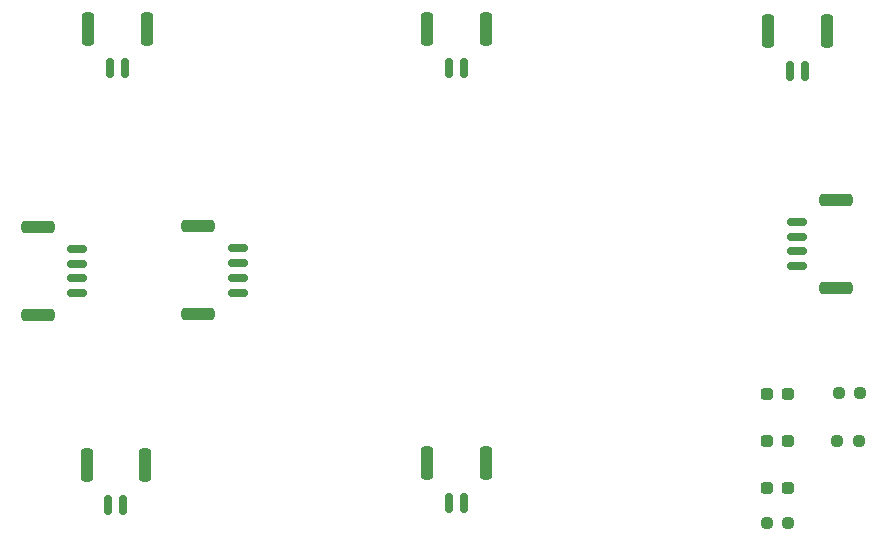
<source format=gtp>
G04 #@! TF.GenerationSoftware,KiCad,Pcbnew,8.0.4*
G04 #@! TF.CreationDate,2025-02-21T00:52:45-06:00*
G04 #@! TF.ProjectId,Turret,54757272-6574-42e6-9b69-6361645f7063,rev?*
G04 #@! TF.SameCoordinates,Original*
G04 #@! TF.FileFunction,Paste,Top*
G04 #@! TF.FilePolarity,Positive*
%FSLAX46Y46*%
G04 Gerber Fmt 4.6, Leading zero omitted, Abs format (unit mm)*
G04 Created by KiCad (PCBNEW 8.0.4) date 2025-02-21 00:52:45*
%MOMM*%
%LPD*%
G01*
G04 APERTURE LIST*
G04 Aperture macros list*
%AMRoundRect*
0 Rectangle with rounded corners*
0 $1 Rounding radius*
0 $2 $3 $4 $5 $6 $7 $8 $9 X,Y pos of 4 corners*
0 Add a 4 corners polygon primitive as box body*
4,1,4,$2,$3,$4,$5,$6,$7,$8,$9,$2,$3,0*
0 Add four circle primitives for the rounded corners*
1,1,$1+$1,$2,$3*
1,1,$1+$1,$4,$5*
1,1,$1+$1,$6,$7*
1,1,$1+$1,$8,$9*
0 Add four rect primitives between the rounded corners*
20,1,$1+$1,$2,$3,$4,$5,0*
20,1,$1+$1,$4,$5,$6,$7,0*
20,1,$1+$1,$6,$7,$8,$9,0*
20,1,$1+$1,$8,$9,$2,$3,0*%
G04 Aperture macros list end*
%ADD10RoundRect,0.150000X-0.150000X-0.700000X0.150000X-0.700000X0.150000X0.700000X-0.150000X0.700000X0*%
%ADD11RoundRect,0.250000X-0.250000X-1.150000X0.250000X-1.150000X0.250000X1.150000X-0.250000X1.150000X0*%
%ADD12RoundRect,0.237500X-0.287500X-0.237500X0.287500X-0.237500X0.287500X0.237500X-0.287500X0.237500X0*%
%ADD13RoundRect,0.150000X-0.700000X0.150000X-0.700000X-0.150000X0.700000X-0.150000X0.700000X0.150000X0*%
%ADD14RoundRect,0.250000X-1.150000X0.250000X-1.150000X-0.250000X1.150000X-0.250000X1.150000X0.250000X0*%
%ADD15RoundRect,0.150000X0.700000X-0.150000X0.700000X0.150000X-0.700000X0.150000X-0.700000X-0.150000X0*%
%ADD16RoundRect,0.250000X1.150000X-0.250000X1.150000X0.250000X-1.150000X0.250000X-1.150000X-0.250000X0*%
%ADD17RoundRect,0.237500X0.250000X0.237500X-0.250000X0.237500X-0.250000X-0.237500X0.250000X-0.237500X0*%
%ADD18RoundRect,0.237500X-0.250000X-0.237500X0.250000X-0.237500X0.250000X0.237500X-0.250000X0.237500X0*%
G04 APERTURE END LIST*
D10*
X82189000Y-81328000D03*
X83439000Y-81328000D03*
D11*
X80339000Y-77978000D03*
X85289000Y-77978000D03*
D12*
X109125001Y-80100000D03*
X110874999Y-80100000D03*
D10*
X111073000Y-44752000D03*
X112323000Y-44752000D03*
D11*
X109223000Y-41402000D03*
X114173000Y-41402000D03*
D12*
X109125001Y-72100000D03*
X110874999Y-72100000D03*
D13*
X111633000Y-57561000D03*
X111633000Y-58811000D03*
X111633000Y-60061000D03*
X111633000Y-61311000D03*
D14*
X114983000Y-55711000D03*
X114983000Y-63161000D03*
D10*
X53487000Y-44577000D03*
X54737000Y-44577000D03*
D11*
X51637000Y-41227000D03*
X56587000Y-41227000D03*
D12*
X109125001Y-76100000D03*
X110874999Y-76100000D03*
D10*
X53360000Y-81534000D03*
X54610000Y-81534000D03*
D11*
X51510000Y-78184000D03*
X56460000Y-78184000D03*
D15*
X64307000Y-63552000D03*
X64307000Y-62302000D03*
X64307000Y-61052000D03*
X64307000Y-59802000D03*
D16*
X60957000Y-65402000D03*
X60957000Y-57952000D03*
D17*
X116912500Y-76100000D03*
X115087500Y-76100000D03*
D18*
X109087500Y-83100000D03*
X110912500Y-83100000D03*
D17*
X117000000Y-72080000D03*
X115175000Y-72080000D03*
D10*
X82189000Y-44577000D03*
X83439000Y-44577000D03*
D11*
X80339000Y-41227000D03*
X85289000Y-41227000D03*
D15*
X50718000Y-63597000D03*
X50718000Y-62347000D03*
X50718000Y-61097000D03*
X50718000Y-59847000D03*
D16*
X47368000Y-65447000D03*
X47368000Y-57997000D03*
M02*

</source>
